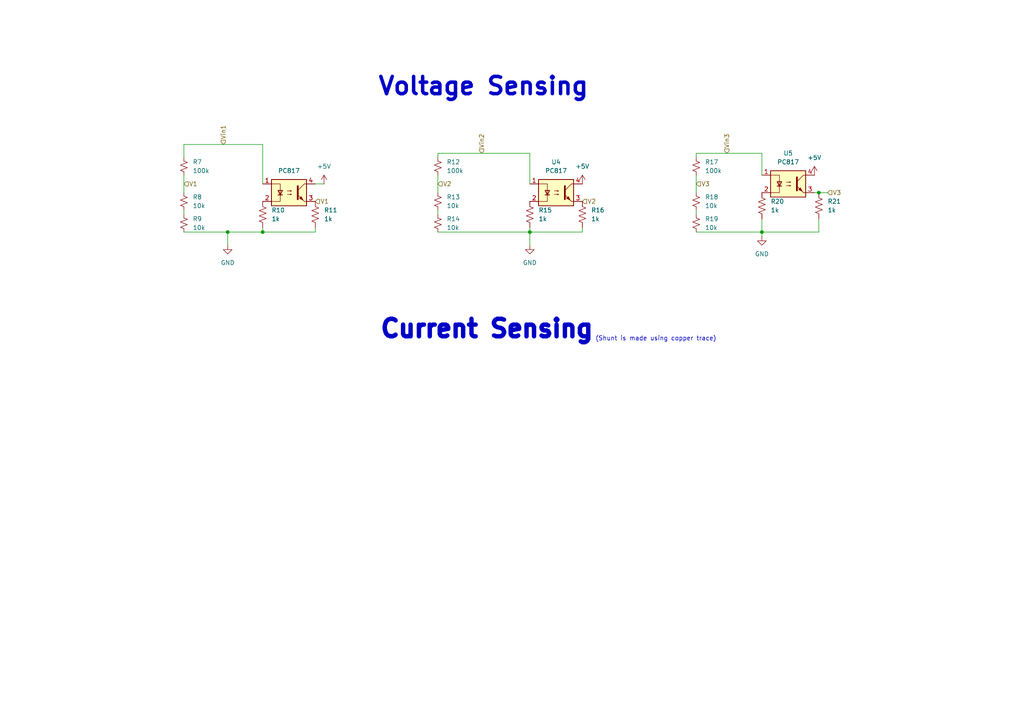
<source format=kicad_sch>
(kicad_sch (version 20250114) (generator "eeschema") (generator_version "9.0")
  (paper "A4")
  (lib_symbols
    (symbol "Device:R_Small_US" (pin_numbers (hide yes)) (pin_names (offset 0.254) (hide yes))
      (property "Reference" "R" (at 0.762 0.508 0))
      (property "Value" "R_Small_US" (at 0.762 -1.016 0))
      (symbol "R_Small_US_1_1"
        (polyline (pts (xy 0 1.524) (xy 1.016 1.143) (xy 0 0.762) (xy -1.016 0.381) (xy 0 0)))
        (polyline (pts (xy 0 0) (xy 1.016 -0.381) (xy 0 -0.762) (xy -1.016 -1.143) (xy 0 -1.524)))
        (pin passive line (at 0 2.54 270) (length 1.016) (name "~") (number "1"))
        (pin passive line (at 0 -2.54 90) (length 1.016) (name "~") (number "2"))
      )
    )
    (symbol "Device:R_US" (pin_numbers (hide yes)) (pin_names (offset 0))
      (property "Reference" "R" (at 2.54 0 90))
      (property "Value" "R_US" (at -2.54 0 90))
      (symbol "R_US_0_1"
        (polyline (pts (xy 0 2.286) (xy 0 2.54)))
        (polyline (pts (xy 0 2.286) (xy 1.016 1.905) (xy 0 1.524) (xy -1.016 1.143) (xy 0 0.762)))
        (polyline (pts (xy 0 0.762) (xy 1.016 0.381) (xy 0 0) (xy -1.016 -0.381) (xy 0 -0.762)))
        (polyline (pts (xy 0 -0.762) (xy 1.016 -1.143) (xy 0 -1.524) (xy -1.016 -1.905) (xy 0 -2.286)))
        (polyline (pts (xy 0 -2.286) (xy 0 -2.54)))
      )
      (symbol "R_US_1_1"
        (pin passive line (at 0 3.81 270) (length 1.27) (name "~") (number "1"))
        (pin passive line (at 0 -3.81 90) (length 1.27) (name "~") (number "2"))
      )
    )
    (symbol "Isolator:PC817" (pin_names (offset 1.016))
      (property "Reference" "U" (at -5.08 5.08 0))
      (property "Value" "PC817" (at 0 5.08 0))
      (symbol "PC817_0_1"
        (rectangle (start -5.08 3.81) (end 5.08 -3.81) (stroke (width 0.254)) (fill (type background)))
        (polyline (pts (xy -5.08 2.54) (xy -2.54 2.54) (xy -2.54 -0.635)))
        (polyline (pts (xy -3.175 -0.635) (xy -1.905 -0.635)) (stroke (width 0.254)))
        (polyline (pts (xy -2.54 -0.635) (xy -2.54 -2.54) (xy -5.08 -2.54)))
        (polyline (pts (xy -2.54 -0.635) (xy -3.175 0.635) (xy -1.905 0.635) (xy -2.54 -0.635)) (stroke (width 0.254)))
        (polyline (pts (xy -0.508 0.508) (xy 0.762 0.508) (xy 0.381 0.381) (xy 0.381 0.635) (xy 0.762 0.508)))
        (polyline (pts (xy -0.508 -0.508) (xy 0.762 -0.508) (xy 0.381 -0.635) (xy 0.381 -0.381) (xy 0.762 -0.508)))
        (polyline (pts (xy 2.54 1.905) (xy 2.54 -1.905)) (stroke (width 0.508)))
        (polyline (pts (xy 2.54 0.635) (xy 4.445 2.54)))
        (polyline (pts (xy 3.048 -1.651) (xy 3.556 -1.143) (xy 4.064 -2.159) (xy 3.048 -1.651)) (fill (type outline)))
        (polyline (pts (xy 4.445 2.54) (xy 5.08 2.54)))
        (polyline (pts (xy 4.445 -2.54) (xy 2.54 -0.635)) (fill (type outline)))
        (polyline (pts (xy 4.445 -2.54) (xy 5.08 -2.54)))
      )
      (symbol "PC817_1_1"
        (pin passive line (at -7.62 2.54 0) (length 2.54) (name "~") (number "1"))
        (pin passive line (at -7.62 -2.54 0) (length 2.54) (name "~") (number "2"))
        (pin passive line (at 7.62 2.54 180) (length 2.54) (name "~") (number "4"))
        (pin passive line (at 7.62 -2.54 180) (length 2.54) (name "~") (number "3"))
      )
    )
    (symbol "power:+5V" (power) (pin_numbers (hide yes)) (pin_names (offset 0) (hide yes))
      (property "Value" "+5V" (at 0 3.556 0))
      (symbol "+5V_0_1"
        (polyline (pts (xy -0.762 1.27) (xy 0 2.54)))
        (polyline (pts (xy 0 2.54) (xy 0.762 1.27)))
        (polyline (pts (xy 0 0) (xy 0 2.54)))
      )
      (symbol "+5V_1_1"
        (pin power_in line (at 0 0 90) (length 0) (name "~") (number "1"))
      )
    )
    (symbol "power:GND" (power) (pin_numbers (hide yes)) (pin_names (offset 0) (hide yes))
      (property "Value" "GND" (at 0 -3.81 0))
      (symbol "GND_0_1"
        (polyline (pts (xy 0 0) (xy 0 -1.27) (xy 1.27 -1.27) (xy 0 -2.54) (xy -1.27 -1.27) (xy 0 -1.27)))
      )
      (symbol "GND_1_1"
        (pin power_in line (at 0 0 270) (length 0) (name "~") (number "1"))
      )
    )
  )
  (text "(Shunt is made using copper trace)" (at 190.246 98.298 0) (effects (font (size 1.27 1.27))))
  (text "Voltage Sensing" (at 140.208 25.146 0) (effects (font (size 5 5) (thickness 1) (bold yes))))
  (text "Current Sensing" (at 141.224 95.504 0) (effects (font (size 5.08 5.08) (thickness 1.27) (bold yes))))
  (junction (at 66.04 67.31))
  (junction (at 153.67 67.31))
  (junction (at 76.2 67.31))
  (junction (at 220.98 67.31))
  (junction (at 237.49 55.88))
  (wire (pts (xy 168.91 66.04) (xy 168.91 67.31)))
  (wire (pts (xy 153.67 67.31) (xy 153.67 71.12)))
  (wire (pts (xy 201.93 44.45) (xy 201.93 45.72)))
  (wire (pts (xy 76.2 67.31) (xy 66.04 67.31)))
  (wire (pts (xy 127 44.45) (xy 127 45.72)))
  (wire (pts (xy 91.44 67.31) (xy 91.44 66.04)))
  (wire (pts (xy 220.98 44.45) (xy 201.93 44.45)))
  (wire (pts (xy 76.2 67.31) (xy 91.44 67.31)))
  (wire (pts (xy 153.67 67.31) (xy 127 67.31)))
  (wire (pts (xy 53.34 50.8) (xy 53.34 55.88)))
  (wire (pts (xy 66.04 67.31) (xy 66.04 71.12)))
  (wire (pts (xy 237.49 63.5) (xy 237.49 67.31)))
  (wire (pts (xy 127 50.8) (xy 127 55.88)))
  (wire (pts (xy 66.04 67.31) (xy 53.34 67.31)))
  (wire (pts (xy 53.34 41.91) (xy 53.34 45.72)))
  (wire (pts (xy 127 44.45) (xy 153.67 44.45)))
  (wire (pts (xy 201.93 50.8) (xy 201.93 55.88)))
  (wire (pts (xy 153.67 66.04) (xy 153.67 67.31)))
  (wire (pts (xy 76.2 41.91) (xy 76.2 53.34)))
  (wire (pts (xy 240.03 55.88) (xy 237.49 55.88)))
  (wire (pts (xy 220.98 63.5) (xy 220.98 67.31)))
  (wire (pts (xy 153.67 67.31) (xy 168.91 67.31)))
  (wire (pts (xy 237.49 55.88) (xy 236.22 55.88)))
  (wire (pts (xy 153.67 44.45) (xy 153.67 53.34)))
  (wire (pts (xy 76.2 67.31) (xy 76.2 66.04)))
  (wire (pts (xy 93.98 53.34) (xy 91.44 53.34)))
  (wire (pts (xy 201.93 60.96) (xy 201.93 62.23)))
  (wire (pts (xy 127 60.96) (xy 127 62.23)))
  (wire (pts (xy 220.98 50.8) (xy 220.98 44.45)))
  (wire (pts (xy 220.98 67.31) (xy 220.98 68.58)))
  (wire (pts (xy 237.49 67.31) (xy 220.98 67.31)))
  (wire (pts (xy 53.34 60.96) (xy 53.34 62.23)))
  (wire (pts (xy 53.34 41.91) (xy 76.2 41.91)))
  (wire (pts (xy 220.98 67.31) (xy 201.93 67.31)))
  (hierarchical_label "V3" (shape input) (at 240.03 55.88 0))
  (hierarchical_label "Vin1" (shape input) (at 64.77 41.91 90))
  (hierarchical_label "V2" (shape input) (at 168.91 58.42 0))
  (hierarchical_label "V1" (shape input) (at 53.34 53.34 0))
  (hierarchical_label "Vin2" (shape input) (at 139.7 44.45 90))
  (hierarchical_label "V3" (shape input) (at 201.93 53.34 0))
  (hierarchical_label "Vin3" (shape input) (at 210.82 44.45 90))
  (hierarchical_label "V1" (shape input) (at 91.44 58.42 0))
  (hierarchical_label "V2" (shape input) (at 127 53.34 0))
  (symbol (lib_id "Device:R_US") (at 168.91 62.23 0) (unit 1)
    (property "Reference" "R16" (at 171.45 60.9599 0) (effects (justify left)))
    (property "Value" "1k" (at 171.45 63.4999 0) (effects (justify left)))
    (property "Footprint" "Resistor_SMD:R_0805_2012Metric_Pad1.20x1.40mm_HandSolder" (effects (hide yes)))
    (property "Description" "Resistor, US symbol" (effects (hide yes)))
  )
  (symbol (lib_id "Device:R_Small_US") (at 201.93 64.77 0) (unit 1)
    (property "Reference" "R19" (at 204.47 63.4999 0) (effects (justify left)))
    (property "Value" "10k" (at 204.47 66.0399 0) (effects (justify left)))
    (property "Footprint" "Resistor_SMD:R_0805_2012Metric_Pad1.20x1.40mm_HandSolder" (effects (hide yes)))
    (property "Description" "Resistor, small US symbol" (effects (hide yes)))
  )
  (symbol (lib_id "Isolator:PC817") (at 83.82 55.88 0) (unit 1)
    (property "Reference" "U3" (effects (hide yes)))
    (property "Value" "PC817" (at 83.82 49.53 0))
    (property "Footprint" "Package_DIP:DIP-4_W7.62mm" (effects (hide yes)))
    (property "Datasheet" "http://www.soselectronic.cz/a_info/resource/d/pc817.pdf" (effects (hide yes)))
    (property "Description" "DC Optocoupler, Vce 35V, CTR 50-300%, DIP-4" (effects (hide yes)))
  )
  (symbol (lib_id "Device:R_Small_US") (at 201.93 48.26 0) (unit 1)
    (property "Reference" "R17" (at 204.47 46.9899 0) (effects (justify left)))
    (property "Value" "100k" (at 204.47 49.5299 0) (effects (justify left)))
    (property "Footprint" "Resistor_SMD:R_0805_2012Metric_Pad1.20x1.40mm_HandSolder" (effects (hide yes)))
    (property "Description" "Resistor, small US symbol" (effects (hide yes)))
  )
  (symbol (lib_id "Device:R_US") (at 153.67 62.23 0) (unit 1)
    (property "Reference" "R15" (at 156.21 60.9599 0) (effects (justify left)))
    (property "Value" "1k" (at 156.21 63.4999 0) (effects (justify left)))
    (property "Footprint" "Resistor_SMD:R_0805_2012Metric_Pad1.20x1.40mm_HandSolder" (effects (hide yes)))
    (property "Description" "Resistor, US symbol" (effects (hide yes)))
  )
  (symbol (lib_id "power:+5V") (at 236.22 50.8 0) (unit 1)
    (property "Reference" "#PWR036" (effects (hide yes)))
    (property "Value" "+5V" (at 236.22 45.72 0))
    (property "Description" "Power symbol creates a global label with name \"+5V\"" (effects (hide yes)))
  )
  (symbol (lib_id "Device:R_US") (at 91.44 62.23 0) (unit 1)
    (property "Reference" "R11" (at 93.98 60.9599 0) (effects (justify left)))
    (property "Value" "1k" (at 93.98 63.4999 0) (effects (justify left)))
    (property "Footprint" "Resistor_SMD:R_0805_2012Metric_Pad1.20x1.40mm_HandSolder" (effects (hide yes)))
    (property "Description" "Resistor, US symbol" (effects (hide yes)))
  )
  (symbol (lib_id "power:+5V") (at 93.98 53.34 0) (unit 1)
    (property "Reference" "#PWR032" (effects (hide yes)))
    (property "Value" "+5V" (at 93.98 48.26 0))
    (property "Description" "Power symbol creates a global label with name \"+5V\"" (effects (hide yes)))
  )
  (symbol (lib_id "Device:R_Small_US") (at 53.34 58.42 0) (unit 1)
    (property "Reference" "R8" (at 55.88 57.1499 0) (effects (justify left)))
    (property "Value" "10k" (at 55.88 59.6899 0) (effects (justify left)))
    (property "Footprint" "Resistor_SMD:R_0805_2012Metric_Pad1.20x1.40mm_HandSolder" (effects (hide yes)))
    (property "Description" "Resistor, small US symbol" (effects (hide yes)))
  )
  (symbol (lib_id "Device:R_US") (at 220.98 59.69 0) (unit 1)
    (property "Reference" "R20" (at 223.52 58.4199 0) (effects (justify left)))
    (property "Value" "1k" (at 223.52 60.9599 0) (effects (justify left)))
    (property "Footprint" "Resistor_SMD:R_0805_2012Metric_Pad1.20x1.40mm_HandSolder" (effects (hide yes)))
    (property "Description" "Resistor, US symbol" (effects (hide yes)))
  )
  (symbol (lib_id "power:GND") (at 153.67 71.12 0) (unit 1)
    (property "Reference" "#PWR033" (effects (hide yes)))
    (property "Value" "GND" (at 153.67 76.2 0))
    (property "Description" "Power symbol creates a global label with name \"GND\" , ground" (effects (hide yes)))
  )
  (symbol (lib_id "power:GND") (at 220.98 68.58 0) (unit 1)
    (property "Reference" "#PWR035" (effects (hide yes)))
    (property "Value" "GND" (at 220.98 73.66 0))
    (property "Description" "Power symbol creates a global label with name \"GND\" , ground" (effects (hide yes)))
  )
  (symbol (lib_id "power:GND") (at 66.04 71.12 0) (unit 1)
    (property "Reference" "#PWR031" (effects (hide yes)))
    (property "Value" "GND" (at 66.04 76.2 0))
    (property "Description" "Power symbol creates a global label with name \"GND\" , ground" (effects (hide yes)))
  )
  (symbol (lib_id "Device:R_US") (at 237.49 59.69 0) (unit 1)
    (property "Reference" "R21" (at 240.03 58.4199 0) (effects (justify left)))
    (property "Value" "1k" (at 240.03 60.9599 0) (effects (justify left)))
    (property "Footprint" "Resistor_SMD:R_0805_2012Metric_Pad1.20x1.40mm_HandSolder" (effects (hide yes)))
    (property "Description" "Resistor, US symbol" (effects (hide yes)))
  )
  (symbol (lib_id "Device:R_Small_US") (at 53.34 64.77 0) (unit 1)
    (property "Reference" "R9" (at 55.88 63.4999 0) (effects (justify left)))
    (property "Value" "10k" (at 55.88 66.0399 0) (effects (justify left)))
    (property "Footprint" "Resistor_SMD:R_0805_2012Metric_Pad1.20x1.40mm_HandSolder" (effects (hide yes)))
    (property "Description" "Resistor, small US symbol" (effects (hide yes)))
  )
  (symbol (lib_id "Device:R_Small_US") (at 127 58.42 0) (unit 1)
    (property "Reference" "R13" (at 129.54 57.1499 0) (effects (justify left)))
    (property "Value" "10k" (at 129.54 59.6899 0) (effects (justify left)))
    (property "Footprint" "Resistor_SMD:R_0805_2012Metric_Pad1.20x1.40mm_HandSolder" (effects (hide yes)))
    (property "Description" "Resistor, small US symbol" (effects (hide yes)))
  )
  (symbol (lib_id "Device:R_Small_US") (at 127 64.77 0) (unit 1)
    (property "Reference" "R14" (at 129.54 63.4999 0) (effects (justify left)))
    (property "Value" "10k" (at 129.54 66.0399 0) (effects (justify left)))
    (property "Footprint" "Resistor_SMD:R_0805_2012Metric_Pad1.20x1.40mm_HandSolder" (effects (hide yes)))
    (property "Description" "Resistor, small US symbol" (effects (hide yes)))
  )
  (symbol (lib_id "Device:R_Small_US") (at 53.34 48.26 0) (unit 1)
    (property "Reference" "R7" (at 55.88 46.9899 0) (effects (justify left)))
    (property "Value" "100k" (at 55.88 49.5299 0) (effects (justify left)))
    (property "Footprint" "Resistor_SMD:R_0805_2012Metric_Pad1.20x1.40mm_HandSolder" (effects (hide yes)))
    (property "Description" "Resistor, small US symbol" (effects (hide yes)))
  )
  (symbol (lib_id "Isolator:PC817") (at 228.6 53.34 0) (unit 1)
    (property "Reference" "U5" (at 228.6 44.45 0))
    (property "Value" "PC817" (at 228.6 46.99 0))
    (property "Footprint" "Package_DIP:DIP-4_W7.62mm" (effects (hide yes)))
    (property "Datasheet" "http://www.soselectronic.cz/a_info/resource/d/pc817.pdf" (effects (hide yes)))
    (property "Description" "DC Optocoupler, Vce 35V, CTR 50-300%, DIP-4" (effects (hide yes)))
  )
  (symbol (lib_id "power:+5V") (at 168.91 53.34 0) (unit 1)
    (property "Reference" "#PWR034" (effects (hide yes)))
    (property "Value" "+5V" (at 168.91 48.26 0))
    (property "Description" "Power symbol creates a global label with name \"+5V\"" (effects (hide yes)))
  )
  (symbol (lib_id "Device:R_US") (at 76.2 62.23 0) (unit 1)
    (property "Reference" "R10" (at 78.74 60.9599 0) (effects (justify left)))
    (property "Value" "1k" (at 78.74 63.4999 0) (effects (justify left)))
    (property "Footprint" "Resistor_SMD:R_0805_2012Metric_Pad1.20x1.40mm_HandSolder" (effects (hide yes)))
    (property "Description" "Resistor, US symbol" (effects (hide yes)))
  )
  (symbol (lib_id "Isolator:PC817") (at 161.29 55.88 0) (unit 1)
    (property "Reference" "U4" (at 161.29 46.99 0))
    (property "Value" "PC817" (at 161.29 49.53 0))
    (property "Footprint" "Package_DIP:DIP-4_W7.62mm" (effects (hide yes)))
    (property "Datasheet" "http://www.soselectronic.cz/a_info/resource/d/pc817.pdf" (effects (hide yes)))
    (property "Description" "DC Optocoupler, Vce 35V, CTR 50-300%, DIP-4" (effects (hide yes)))
  )
  (symbol (lib_id "Device:R_Small_US") (at 201.93 58.42 0) (unit 1)
    (property "Reference" "R18" (at 204.47 57.1499 0) (effects (justify left)))
    (property "Value" "10k" (at 204.47 59.6899 0) (effects (justify left)))
    (property "Footprint" "Resistor_SMD:R_0805_2012Metric_Pad1.20x1.40mm_HandSolder" (effects (hide yes)))
    (property "Description" "Resistor, small US symbol" (effects (hide yes)))
  )
  (symbol (lib_id "Device:R_Small_US") (at 127 48.26 0) (unit 1)
    (property "Reference" "R12" (at 129.54 46.9899 0) (effects (justify left)))
    (property "Value" "100k" (at 129.54 49.5299 0) (effects (justify left)))
    (property "Footprint" "Resistor_SMD:R_0805_2012Metric_Pad1.20x1.40mm_HandSolder" (effects (hide yes)))
    (property "Description" "Resistor, small US symbol" (effects (hide yes)))
  )
)
</source>
